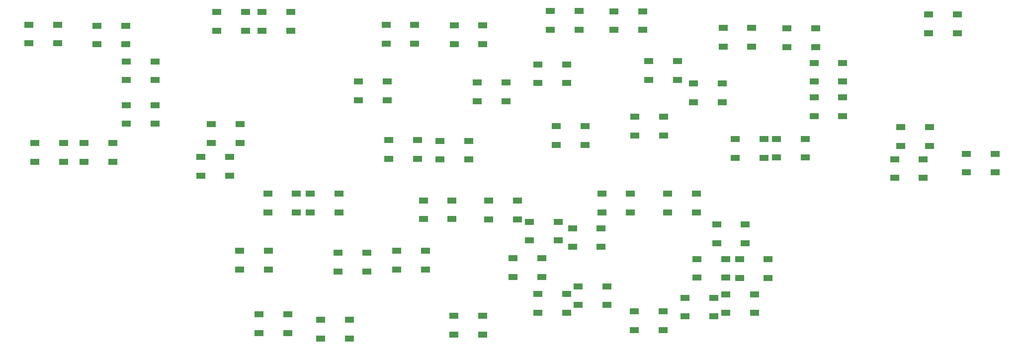
<source format=gbr>
%TF.GenerationSoftware,KiCad,Pcbnew,(5.1.10)-1*%
%TF.CreationDate,2021-11-17T10:49:59+11:00*%
%TF.ProjectId,HUD Panel PCB V2,48554420-5061-46e6-956c-205043422056,rev?*%
%TF.SameCoordinates,Original*%
%TF.FileFunction,Paste,Top*%
%TF.FilePolarity,Positive*%
%FSLAX46Y46*%
G04 Gerber Fmt 4.6, Leading zero omitted, Abs format (unit mm)*
G04 Created by KiCad (PCBNEW (5.1.10)-1) date 2021-11-17 10:49:59*
%MOMM*%
%LPD*%
G01*
G04 APERTURE LIST*
%ADD10R,1.500000X1.000000*%
G04 APERTURE END LIST*
D10*
%TO.C,D56*%
X224150000Y-43400000D03*
X224150000Y-46600000D03*
X229050000Y-43400000D03*
X229050000Y-46600000D03*
%TD*%
%TO.C,D55*%
X230550000Y-67150000D03*
X230550000Y-70350000D03*
X235450000Y-67150000D03*
X235450000Y-70350000D03*
%TD*%
%TO.C,D54*%
X219382000Y-62586000D03*
X219382000Y-65786000D03*
X224282000Y-62586000D03*
X224282000Y-65786000D03*
%TD*%
%TO.C,D53*%
X218313000Y-68072000D03*
X218313000Y-71272000D03*
X223213000Y-68072000D03*
X223213000Y-71272000D03*
%TD*%
%TO.C,D52*%
X191200000Y-64650000D03*
X191200000Y-67850000D03*
X196100000Y-64650000D03*
X196100000Y-67850000D03*
%TD*%
%TO.C,D51*%
X198200000Y-64600000D03*
X198200000Y-67800000D03*
X203100000Y-64600000D03*
X203100000Y-67800000D03*
%TD*%
%TO.C,D50*%
X204600000Y-57550000D03*
X204600000Y-60750000D03*
X209500000Y-57550000D03*
X209500000Y-60750000D03*
%TD*%
%TO.C,D49*%
X204600000Y-51650000D03*
X204600000Y-54850000D03*
X209500000Y-51650000D03*
X209500000Y-54850000D03*
%TD*%
%TO.C,D48*%
X200000000Y-45750000D03*
X200000000Y-48950000D03*
X204900000Y-45750000D03*
X204900000Y-48950000D03*
%TD*%
%TO.C,D47*%
X189100000Y-45650000D03*
X189100000Y-48850000D03*
X194000000Y-45650000D03*
X194000000Y-48850000D03*
%TD*%
%TO.C,D46*%
X184100000Y-55150000D03*
X184100000Y-58350000D03*
X189000000Y-55150000D03*
X189000000Y-58350000D03*
%TD*%
%TO.C,D45*%
X174050000Y-60850000D03*
X174050000Y-64050000D03*
X178950000Y-60850000D03*
X178950000Y-64050000D03*
%TD*%
%TO.C,D44*%
X176450000Y-51350000D03*
X176450000Y-54550000D03*
X181350000Y-51350000D03*
X181350000Y-54550000D03*
%TD*%
%TO.C,D43*%
X170550000Y-42850000D03*
X170550000Y-46050000D03*
X175450000Y-42850000D03*
X175450000Y-46050000D03*
%TD*%
%TO.C,D42*%
X159700000Y-42800000D03*
X159700000Y-46000000D03*
X164600000Y-42800000D03*
X164600000Y-46000000D03*
%TD*%
%TO.C,D41*%
X157550000Y-51900000D03*
X157550000Y-55100000D03*
X162450000Y-51900000D03*
X162450000Y-55100000D03*
%TD*%
%TO.C,D40*%
X160708000Y-62459000D03*
X160708000Y-65659000D03*
X165608000Y-62459000D03*
X165608000Y-65659000D03*
%TD*%
%TO.C,D39*%
X163450000Y-79850000D03*
X163450000Y-83050000D03*
X168350000Y-79850000D03*
X168350000Y-83050000D03*
%TD*%
%TO.C,D38*%
X168450000Y-73950000D03*
X168450000Y-77150000D03*
X173350000Y-73950000D03*
X173350000Y-77150000D03*
%TD*%
%TO.C,D37*%
X179700000Y-73950000D03*
X179700000Y-77150000D03*
X184600000Y-73950000D03*
X184600000Y-77150000D03*
%TD*%
%TO.C,D36*%
X188000000Y-79200000D03*
X188000000Y-82400000D03*
X192900000Y-79200000D03*
X192900000Y-82400000D03*
%TD*%
%TO.C,D35*%
X191900000Y-85150000D03*
X191900000Y-88350000D03*
X196800000Y-85150000D03*
X196800000Y-88350000D03*
%TD*%
%TO.C,D34*%
X184650000Y-85100000D03*
X184650000Y-88300000D03*
X189550000Y-85100000D03*
X189550000Y-88300000D03*
%TD*%
%TO.C,D33*%
X189600000Y-91100000D03*
X189600000Y-94300000D03*
X194500000Y-91100000D03*
X194500000Y-94300000D03*
%TD*%
%TO.C,D32*%
X182650000Y-91700000D03*
X182650000Y-94900000D03*
X187550000Y-91700000D03*
X187550000Y-94900000D03*
%TD*%
%TO.C,D31*%
X174000000Y-94050000D03*
X174000000Y-97250000D03*
X178900000Y-94050000D03*
X178900000Y-97250000D03*
%TD*%
%TO.C,D30*%
X164450000Y-89750000D03*
X164450000Y-92950000D03*
X169350000Y-89750000D03*
X169350000Y-92950000D03*
%TD*%
%TO.C,D29*%
X157582000Y-91084400D03*
X157582000Y-94284400D03*
X162482000Y-91084400D03*
X162482000Y-94284400D03*
%TD*%
%TO.C,D28*%
X133500000Y-83700000D03*
X133500000Y-86900000D03*
X138400000Y-83700000D03*
X138400000Y-86900000D03*
%TD*%
%TO.C,D27*%
X143250000Y-94800000D03*
X143250000Y-98000000D03*
X148150000Y-94800000D03*
X148150000Y-98000000D03*
%TD*%
%TO.C,D26*%
X153350000Y-85000000D03*
X153350000Y-88200000D03*
X158250000Y-85000000D03*
X158250000Y-88200000D03*
%TD*%
%TO.C,D25*%
X156150000Y-78750000D03*
X156150000Y-81950000D03*
X161050000Y-78750000D03*
X161050000Y-81950000D03*
%TD*%
%TO.C,D24*%
X149200000Y-75150000D03*
X149200000Y-78350000D03*
X154100000Y-75150000D03*
X154100000Y-78350000D03*
%TD*%
%TO.C,D23*%
X138050000Y-75100000D03*
X138050000Y-78300000D03*
X142950000Y-75100000D03*
X142950000Y-78300000D03*
%TD*%
%TO.C,D22*%
X132150000Y-64850000D03*
X132150000Y-68050000D03*
X137050000Y-64850000D03*
X137050000Y-68050000D03*
%TD*%
%TO.C,D21*%
X140900000Y-64950000D03*
X140900000Y-68150000D03*
X145800000Y-64950000D03*
X145800000Y-68150000D03*
%TD*%
%TO.C,D20*%
X147250000Y-55000000D03*
X147250000Y-58200000D03*
X152150000Y-55000000D03*
X152150000Y-58200000D03*
%TD*%
%TO.C,D19*%
X143300000Y-45250000D03*
X143300000Y-48450000D03*
X148200000Y-45250000D03*
X148200000Y-48450000D03*
%TD*%
%TO.C,D18*%
X131700000Y-45150000D03*
X131700000Y-48350000D03*
X136600000Y-45150000D03*
X136600000Y-48350000D03*
%TD*%
%TO.C,D17*%
X126988000Y-54838800D03*
X126988000Y-58038800D03*
X131888000Y-54838800D03*
X131888000Y-58038800D03*
%TD*%
%TO.C,D16*%
X118800000Y-73950000D03*
X118800000Y-77150000D03*
X123700000Y-73950000D03*
X123700000Y-77150000D03*
%TD*%
%TO.C,D15*%
X123550000Y-84050000D03*
X123550000Y-87250000D03*
X128450000Y-84050000D03*
X128450000Y-87250000D03*
%TD*%
%TO.C,D14*%
X120600000Y-95500000D03*
X120600000Y-98700000D03*
X125500000Y-95500000D03*
X125500000Y-98700000D03*
%TD*%
%TO.C,D13*%
X110100000Y-94550000D03*
X110100000Y-97750000D03*
X115000000Y-94550000D03*
X115000000Y-97750000D03*
%TD*%
%TO.C,D12*%
X106800000Y-83700000D03*
X106800000Y-86900000D03*
X111700000Y-83700000D03*
X111700000Y-86900000D03*
%TD*%
%TO.C,D11*%
X111550000Y-73950000D03*
X111550000Y-77150000D03*
X116450000Y-73950000D03*
X116450000Y-77150000D03*
%TD*%
%TO.C,D10*%
X110600000Y-43000000D03*
X110600000Y-46200000D03*
X115500000Y-43000000D03*
X115500000Y-46200000D03*
%TD*%
%TO.C,D9*%
X102870000Y-42976800D03*
X102870000Y-46176800D03*
X107770000Y-42976800D03*
X107770000Y-46176800D03*
%TD*%
%TO.C,D8*%
X101907000Y-62103000D03*
X101907000Y-65303000D03*
X106807000Y-62103000D03*
X106807000Y-65303000D03*
%TD*%
%TO.C,D7*%
X100129000Y-67666000D03*
X100129000Y-70866000D03*
X105029000Y-67666000D03*
X105029000Y-70866000D03*
%TD*%
%TO.C,D6*%
X71900000Y-65300000D03*
X71900000Y-68500000D03*
X76800000Y-65300000D03*
X76800000Y-68500000D03*
%TD*%
%TO.C,D5*%
X80250000Y-65300000D03*
X80250000Y-68500000D03*
X85150000Y-65300000D03*
X85150000Y-68500000D03*
%TD*%
%TO.C,D4*%
X87450000Y-58850000D03*
X87450000Y-62050000D03*
X92350000Y-58850000D03*
X92350000Y-62050000D03*
%TD*%
%TO.C,D3*%
X87450000Y-51400000D03*
X87450000Y-54600000D03*
X92350000Y-51400000D03*
X92350000Y-54600000D03*
%TD*%
%TO.C,D2*%
X82500000Y-45300000D03*
X82500000Y-48500000D03*
X87400000Y-45300000D03*
X87400000Y-48500000D03*
%TD*%
%TO.C,D1*%
X70854400Y-45136000D03*
X70854400Y-48336000D03*
X75754400Y-45136000D03*
X75754400Y-48336000D03*
%TD*%
M02*

</source>
